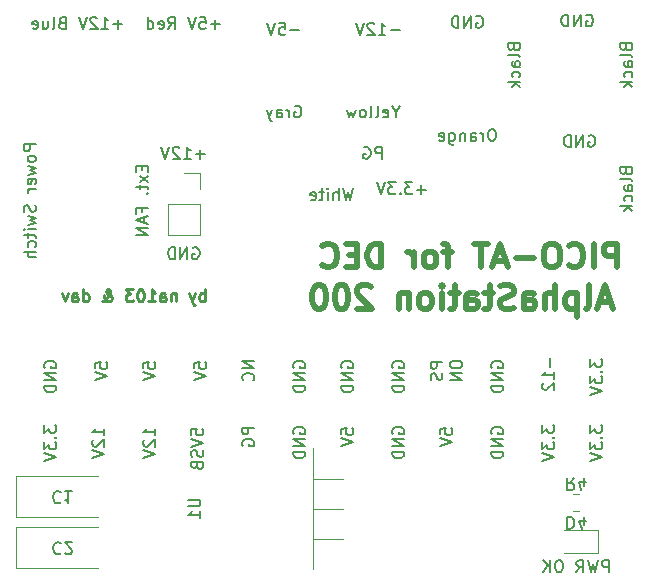
<source format=gbr>
%TF.GenerationSoftware,KiCad,Pcbnew,(5.1.12)-1*%
%TF.CreationDate,2023-10-03T16:06:22+02:00*%
%TF.ProjectId,PICO-AT,5049434f-2d41-4542-9e6b-696361645f70,rev?*%
%TF.SameCoordinates,Original*%
%TF.FileFunction,Legend,Bot*%
%TF.FilePolarity,Positive*%
%FSLAX46Y46*%
G04 Gerber Fmt 4.6, Leading zero omitted, Abs format (unit mm)*
G04 Created by KiCad (PCBNEW (5.1.12)-1) date 2023-10-03 16:06:22*
%MOMM*%
%LPD*%
G01*
G04 APERTURE LIST*
%ADD10C,0.250000*%
%ADD11C,0.150000*%
%ADD12C,0.500000*%
%ADD13C,0.120000*%
G04 APERTURE END LIST*
D10*
X138756190Y-98522380D02*
X138756190Y-97522380D01*
X138756190Y-97903333D02*
X138660952Y-97855714D01*
X138470476Y-97855714D01*
X138375238Y-97903333D01*
X138327619Y-97950952D01*
X138280000Y-98046190D01*
X138280000Y-98331904D01*
X138327619Y-98427142D01*
X138375238Y-98474761D01*
X138470476Y-98522380D01*
X138660952Y-98522380D01*
X138756190Y-98474761D01*
X137946666Y-97855714D02*
X137708571Y-98522380D01*
X137470476Y-97855714D02*
X137708571Y-98522380D01*
X137803809Y-98760476D01*
X137851428Y-98808095D01*
X137946666Y-98855714D01*
X136327619Y-97855714D02*
X136327619Y-98522380D01*
X136327619Y-97950952D02*
X136280000Y-97903333D01*
X136184761Y-97855714D01*
X136041904Y-97855714D01*
X135946666Y-97903333D01*
X135899047Y-97998571D01*
X135899047Y-98522380D01*
X134994285Y-98522380D02*
X134994285Y-97998571D01*
X135041904Y-97903333D01*
X135137142Y-97855714D01*
X135327619Y-97855714D01*
X135422857Y-97903333D01*
X134994285Y-98474761D02*
X135089523Y-98522380D01*
X135327619Y-98522380D01*
X135422857Y-98474761D01*
X135470476Y-98379523D01*
X135470476Y-98284285D01*
X135422857Y-98189047D01*
X135327619Y-98141428D01*
X135089523Y-98141428D01*
X134994285Y-98093809D01*
X133994285Y-98522380D02*
X134565714Y-98522380D01*
X134280000Y-98522380D02*
X134280000Y-97522380D01*
X134375238Y-97665238D01*
X134470476Y-97760476D01*
X134565714Y-97808095D01*
X133375238Y-97522380D02*
X133280000Y-97522380D01*
X133184761Y-97570000D01*
X133137142Y-97617619D01*
X133089523Y-97712857D01*
X133041904Y-97903333D01*
X133041904Y-98141428D01*
X133089523Y-98331904D01*
X133137142Y-98427142D01*
X133184761Y-98474761D01*
X133280000Y-98522380D01*
X133375238Y-98522380D01*
X133470476Y-98474761D01*
X133518095Y-98427142D01*
X133565714Y-98331904D01*
X133613333Y-98141428D01*
X133613333Y-97903333D01*
X133565714Y-97712857D01*
X133518095Y-97617619D01*
X133470476Y-97570000D01*
X133375238Y-97522380D01*
X132708571Y-97522380D02*
X132089523Y-97522380D01*
X132422857Y-97903333D01*
X132280000Y-97903333D01*
X132184761Y-97950952D01*
X132137142Y-97998571D01*
X132089523Y-98093809D01*
X132089523Y-98331904D01*
X132137142Y-98427142D01*
X132184761Y-98474761D01*
X132280000Y-98522380D01*
X132565714Y-98522380D01*
X132660952Y-98474761D01*
X132708571Y-98427142D01*
X130089523Y-98522380D02*
X130137142Y-98522380D01*
X130232380Y-98474761D01*
X130375238Y-98331904D01*
X130613333Y-98046190D01*
X130708571Y-97903333D01*
X130756190Y-97760476D01*
X130756190Y-97665238D01*
X130708571Y-97570000D01*
X130613333Y-97522380D01*
X130565714Y-97522380D01*
X130470476Y-97570000D01*
X130422857Y-97665238D01*
X130422857Y-97712857D01*
X130470476Y-97808095D01*
X130518095Y-97855714D01*
X130803809Y-98046190D01*
X130851428Y-98093809D01*
X130899047Y-98189047D01*
X130899047Y-98331904D01*
X130851428Y-98427142D01*
X130803809Y-98474761D01*
X130708571Y-98522380D01*
X130565714Y-98522380D01*
X130470476Y-98474761D01*
X130422857Y-98427142D01*
X130280000Y-98236666D01*
X130232380Y-98093809D01*
X130232380Y-97998571D01*
X128470476Y-98522380D02*
X128470476Y-97522380D01*
X128470476Y-98474761D02*
X128565714Y-98522380D01*
X128756190Y-98522380D01*
X128851428Y-98474761D01*
X128899047Y-98427142D01*
X128946666Y-98331904D01*
X128946666Y-98046190D01*
X128899047Y-97950952D01*
X128851428Y-97903333D01*
X128756190Y-97855714D01*
X128565714Y-97855714D01*
X128470476Y-97903333D01*
X127565714Y-98522380D02*
X127565714Y-97998571D01*
X127613333Y-97903333D01*
X127708571Y-97855714D01*
X127899047Y-97855714D01*
X127994285Y-97903333D01*
X127565714Y-98474761D02*
X127660952Y-98522380D01*
X127899047Y-98522380D01*
X127994285Y-98474761D01*
X128041904Y-98379523D01*
X128041904Y-98284285D01*
X127994285Y-98189047D01*
X127899047Y-98141428D01*
X127660952Y-98141428D01*
X127565714Y-98093809D01*
X127184761Y-97855714D02*
X126946666Y-98522380D01*
X126708571Y-97855714D01*
D11*
X171410380Y-109013809D02*
X171410380Y-109632857D01*
X171791333Y-109299523D01*
X171791333Y-109442380D01*
X171838952Y-109537619D01*
X171886571Y-109585238D01*
X171981809Y-109632857D01*
X172219904Y-109632857D01*
X172315142Y-109585238D01*
X172362761Y-109537619D01*
X172410380Y-109442380D01*
X172410380Y-109156666D01*
X172362761Y-109061428D01*
X172315142Y-109013809D01*
X172315142Y-110061428D02*
X172362761Y-110109047D01*
X172410380Y-110061428D01*
X172362761Y-110013809D01*
X172315142Y-110061428D01*
X172410380Y-110061428D01*
X171410380Y-110442380D02*
X171410380Y-111061428D01*
X171791333Y-110728095D01*
X171791333Y-110870952D01*
X171838952Y-110966190D01*
X171886571Y-111013809D01*
X171981809Y-111061428D01*
X172219904Y-111061428D01*
X172315142Y-111013809D01*
X172362761Y-110966190D01*
X172410380Y-110870952D01*
X172410380Y-110585238D01*
X172362761Y-110490000D01*
X172315142Y-110442380D01*
X171410380Y-111347142D02*
X172410380Y-111680476D01*
X171410380Y-112013809D01*
X171410380Y-103425809D02*
X171410380Y-104044857D01*
X171791333Y-103711523D01*
X171791333Y-103854380D01*
X171838952Y-103949619D01*
X171886571Y-103997238D01*
X171981809Y-104044857D01*
X172219904Y-104044857D01*
X172315142Y-103997238D01*
X172362761Y-103949619D01*
X172410380Y-103854380D01*
X172410380Y-103568666D01*
X172362761Y-103473428D01*
X172315142Y-103425809D01*
X172315142Y-104473428D02*
X172362761Y-104521047D01*
X172410380Y-104473428D01*
X172362761Y-104425809D01*
X172315142Y-104473428D01*
X172410380Y-104473428D01*
X171410380Y-104854380D02*
X171410380Y-105473428D01*
X171791333Y-105140095D01*
X171791333Y-105282952D01*
X171838952Y-105378190D01*
X171886571Y-105425809D01*
X171981809Y-105473428D01*
X172219904Y-105473428D01*
X172315142Y-105425809D01*
X172362761Y-105378190D01*
X172410380Y-105282952D01*
X172410380Y-104997238D01*
X172362761Y-104902000D01*
X172315142Y-104854380D01*
X171410380Y-105759142D02*
X172410380Y-106092476D01*
X171410380Y-106425809D01*
X167346380Y-109013809D02*
X167346380Y-109632857D01*
X167727333Y-109299523D01*
X167727333Y-109442380D01*
X167774952Y-109537619D01*
X167822571Y-109585238D01*
X167917809Y-109632857D01*
X168155904Y-109632857D01*
X168251142Y-109585238D01*
X168298761Y-109537619D01*
X168346380Y-109442380D01*
X168346380Y-109156666D01*
X168298761Y-109061428D01*
X168251142Y-109013809D01*
X168251142Y-110061428D02*
X168298761Y-110109047D01*
X168346380Y-110061428D01*
X168298761Y-110013809D01*
X168251142Y-110061428D01*
X168346380Y-110061428D01*
X167346380Y-110442380D02*
X167346380Y-111061428D01*
X167727333Y-110728095D01*
X167727333Y-110870952D01*
X167774952Y-110966190D01*
X167822571Y-111013809D01*
X167917809Y-111061428D01*
X168155904Y-111061428D01*
X168251142Y-111013809D01*
X168298761Y-110966190D01*
X168346380Y-110870952D01*
X168346380Y-110585238D01*
X168298761Y-110490000D01*
X168251142Y-110442380D01*
X167346380Y-111347142D02*
X168346380Y-111680476D01*
X167346380Y-112013809D01*
X167965428Y-103314666D02*
X167965428Y-104076571D01*
X168346380Y-105076571D02*
X168346380Y-104505142D01*
X168346380Y-104790857D02*
X167346380Y-104790857D01*
X167489238Y-104695619D01*
X167584476Y-104600380D01*
X167632095Y-104505142D01*
X167441619Y-105457523D02*
X167394000Y-105505142D01*
X167346380Y-105600380D01*
X167346380Y-105838476D01*
X167394000Y-105933714D01*
X167441619Y-105981333D01*
X167536857Y-106028952D01*
X167632095Y-106028952D01*
X167774952Y-105981333D01*
X168346380Y-105409904D01*
X168346380Y-106028952D01*
X163076000Y-109728095D02*
X163028380Y-109632857D01*
X163028380Y-109490000D01*
X163076000Y-109347142D01*
X163171238Y-109251904D01*
X163266476Y-109204285D01*
X163456952Y-109156666D01*
X163599809Y-109156666D01*
X163790285Y-109204285D01*
X163885523Y-109251904D01*
X163980761Y-109347142D01*
X164028380Y-109490000D01*
X164028380Y-109585238D01*
X163980761Y-109728095D01*
X163933142Y-109775714D01*
X163599809Y-109775714D01*
X163599809Y-109585238D01*
X164028380Y-110204285D02*
X163028380Y-110204285D01*
X164028380Y-110775714D01*
X163028380Y-110775714D01*
X164028380Y-111251904D02*
X163028380Y-111251904D01*
X163028380Y-111490000D01*
X163076000Y-111632857D01*
X163171238Y-111728095D01*
X163266476Y-111775714D01*
X163456952Y-111823333D01*
X163599809Y-111823333D01*
X163790285Y-111775714D01*
X163885523Y-111728095D01*
X163980761Y-111632857D01*
X164028380Y-111490000D01*
X164028380Y-111251904D01*
X163076000Y-104140095D02*
X163028380Y-104044857D01*
X163028380Y-103902000D01*
X163076000Y-103759142D01*
X163171238Y-103663904D01*
X163266476Y-103616285D01*
X163456952Y-103568666D01*
X163599809Y-103568666D01*
X163790285Y-103616285D01*
X163885523Y-103663904D01*
X163980761Y-103759142D01*
X164028380Y-103902000D01*
X164028380Y-103997238D01*
X163980761Y-104140095D01*
X163933142Y-104187714D01*
X163599809Y-104187714D01*
X163599809Y-103997238D01*
X164028380Y-104616285D02*
X163028380Y-104616285D01*
X164028380Y-105187714D01*
X163028380Y-105187714D01*
X164028380Y-105663904D02*
X163028380Y-105663904D01*
X163028380Y-105902000D01*
X163076000Y-106044857D01*
X163171238Y-106140095D01*
X163266476Y-106187714D01*
X163456952Y-106235333D01*
X163599809Y-106235333D01*
X163790285Y-106187714D01*
X163885523Y-106140095D01*
X163980761Y-106044857D01*
X164028380Y-105902000D01*
X164028380Y-105663904D01*
X158710380Y-109791523D02*
X158710380Y-109315333D01*
X159186571Y-109267714D01*
X159138952Y-109315333D01*
X159091333Y-109410571D01*
X159091333Y-109648666D01*
X159138952Y-109743904D01*
X159186571Y-109791523D01*
X159281809Y-109839142D01*
X159519904Y-109839142D01*
X159615142Y-109791523D01*
X159662761Y-109743904D01*
X159710380Y-109648666D01*
X159710380Y-109410571D01*
X159662761Y-109315333D01*
X159615142Y-109267714D01*
X158710380Y-110124857D02*
X159710380Y-110458190D01*
X158710380Y-110791523D01*
X158885380Y-103655904D02*
X157885380Y-103655904D01*
X157885380Y-104036857D01*
X157933000Y-104132095D01*
X157980619Y-104179714D01*
X158075857Y-104227333D01*
X158218714Y-104227333D01*
X158313952Y-104179714D01*
X158361571Y-104132095D01*
X158409190Y-104036857D01*
X158409190Y-103655904D01*
X158837761Y-104608285D02*
X158885380Y-104751142D01*
X158885380Y-104989238D01*
X158837761Y-105084476D01*
X158790142Y-105132095D01*
X158694904Y-105179714D01*
X158599666Y-105179714D01*
X158504428Y-105132095D01*
X158456809Y-105084476D01*
X158409190Y-104989238D01*
X158361571Y-104798761D01*
X158313952Y-104703523D01*
X158266333Y-104655904D01*
X158171095Y-104608285D01*
X158075857Y-104608285D01*
X157980619Y-104655904D01*
X157933000Y-104703523D01*
X157885380Y-104798761D01*
X157885380Y-105036857D01*
X157933000Y-105179714D01*
X159535380Y-103774952D02*
X159535380Y-103965428D01*
X159583000Y-104060666D01*
X159678238Y-104155904D01*
X159868714Y-104203523D01*
X160202047Y-104203523D01*
X160392523Y-104155904D01*
X160487761Y-104060666D01*
X160535380Y-103965428D01*
X160535380Y-103774952D01*
X160487761Y-103679714D01*
X160392523Y-103584476D01*
X160202047Y-103536857D01*
X159868714Y-103536857D01*
X159678238Y-103584476D01*
X159583000Y-103679714D01*
X159535380Y-103774952D01*
X160535380Y-104632095D02*
X159535380Y-104632095D01*
X160535380Y-105203523D01*
X159535380Y-105203523D01*
X154694000Y-109728095D02*
X154646380Y-109632857D01*
X154646380Y-109490000D01*
X154694000Y-109347142D01*
X154789238Y-109251904D01*
X154884476Y-109204285D01*
X155074952Y-109156666D01*
X155217809Y-109156666D01*
X155408285Y-109204285D01*
X155503523Y-109251904D01*
X155598761Y-109347142D01*
X155646380Y-109490000D01*
X155646380Y-109585238D01*
X155598761Y-109728095D01*
X155551142Y-109775714D01*
X155217809Y-109775714D01*
X155217809Y-109585238D01*
X155646380Y-110204285D02*
X154646380Y-110204285D01*
X155646380Y-110775714D01*
X154646380Y-110775714D01*
X155646380Y-111251904D02*
X154646380Y-111251904D01*
X154646380Y-111490000D01*
X154694000Y-111632857D01*
X154789238Y-111728095D01*
X154884476Y-111775714D01*
X155074952Y-111823333D01*
X155217809Y-111823333D01*
X155408285Y-111775714D01*
X155503523Y-111728095D01*
X155598761Y-111632857D01*
X155646380Y-111490000D01*
X155646380Y-111251904D01*
X154694000Y-104140095D02*
X154646380Y-104044857D01*
X154646380Y-103902000D01*
X154694000Y-103759142D01*
X154789238Y-103663904D01*
X154884476Y-103616285D01*
X155074952Y-103568666D01*
X155217809Y-103568666D01*
X155408285Y-103616285D01*
X155503523Y-103663904D01*
X155598761Y-103759142D01*
X155646380Y-103902000D01*
X155646380Y-103997238D01*
X155598761Y-104140095D01*
X155551142Y-104187714D01*
X155217809Y-104187714D01*
X155217809Y-103997238D01*
X155646380Y-104616285D02*
X154646380Y-104616285D01*
X155646380Y-105187714D01*
X154646380Y-105187714D01*
X155646380Y-105663904D02*
X154646380Y-105663904D01*
X154646380Y-105902000D01*
X154694000Y-106044857D01*
X154789238Y-106140095D01*
X154884476Y-106187714D01*
X155074952Y-106235333D01*
X155217809Y-106235333D01*
X155408285Y-106187714D01*
X155503523Y-106140095D01*
X155598761Y-106044857D01*
X155646380Y-105902000D01*
X155646380Y-105663904D01*
X150328380Y-109791523D02*
X150328380Y-109315333D01*
X150804571Y-109267714D01*
X150756952Y-109315333D01*
X150709333Y-109410571D01*
X150709333Y-109648666D01*
X150756952Y-109743904D01*
X150804571Y-109791523D01*
X150899809Y-109839142D01*
X151137904Y-109839142D01*
X151233142Y-109791523D01*
X151280761Y-109743904D01*
X151328380Y-109648666D01*
X151328380Y-109410571D01*
X151280761Y-109315333D01*
X151233142Y-109267714D01*
X150328380Y-110124857D02*
X151328380Y-110458190D01*
X150328380Y-110791523D01*
X150376000Y-104140095D02*
X150328380Y-104044857D01*
X150328380Y-103902000D01*
X150376000Y-103759142D01*
X150471238Y-103663904D01*
X150566476Y-103616285D01*
X150756952Y-103568666D01*
X150899809Y-103568666D01*
X151090285Y-103616285D01*
X151185523Y-103663904D01*
X151280761Y-103759142D01*
X151328380Y-103902000D01*
X151328380Y-103997238D01*
X151280761Y-104140095D01*
X151233142Y-104187714D01*
X150899809Y-104187714D01*
X150899809Y-103997238D01*
X151328380Y-104616285D02*
X150328380Y-104616285D01*
X151328380Y-105187714D01*
X150328380Y-105187714D01*
X151328380Y-105663904D02*
X150328380Y-105663904D01*
X150328380Y-105902000D01*
X150376000Y-106044857D01*
X150471238Y-106140095D01*
X150566476Y-106187714D01*
X150756952Y-106235333D01*
X150899809Y-106235333D01*
X151090285Y-106187714D01*
X151185523Y-106140095D01*
X151280761Y-106044857D01*
X151328380Y-105902000D01*
X151328380Y-105663904D01*
X146312000Y-109728095D02*
X146264380Y-109632857D01*
X146264380Y-109490000D01*
X146312000Y-109347142D01*
X146407238Y-109251904D01*
X146502476Y-109204285D01*
X146692952Y-109156666D01*
X146835809Y-109156666D01*
X147026285Y-109204285D01*
X147121523Y-109251904D01*
X147216761Y-109347142D01*
X147264380Y-109490000D01*
X147264380Y-109585238D01*
X147216761Y-109728095D01*
X147169142Y-109775714D01*
X146835809Y-109775714D01*
X146835809Y-109585238D01*
X147264380Y-110204285D02*
X146264380Y-110204285D01*
X147264380Y-110775714D01*
X146264380Y-110775714D01*
X147264380Y-111251904D02*
X146264380Y-111251904D01*
X146264380Y-111490000D01*
X146312000Y-111632857D01*
X146407238Y-111728095D01*
X146502476Y-111775714D01*
X146692952Y-111823333D01*
X146835809Y-111823333D01*
X147026285Y-111775714D01*
X147121523Y-111728095D01*
X147216761Y-111632857D01*
X147264380Y-111490000D01*
X147264380Y-111251904D01*
X146312000Y-104140095D02*
X146264380Y-104044857D01*
X146264380Y-103902000D01*
X146312000Y-103759142D01*
X146407238Y-103663904D01*
X146502476Y-103616285D01*
X146692952Y-103568666D01*
X146835809Y-103568666D01*
X147026285Y-103616285D01*
X147121523Y-103663904D01*
X147216761Y-103759142D01*
X147264380Y-103902000D01*
X147264380Y-103997238D01*
X147216761Y-104140095D01*
X147169142Y-104187714D01*
X146835809Y-104187714D01*
X146835809Y-103997238D01*
X147264380Y-104616285D02*
X146264380Y-104616285D01*
X147264380Y-105187714D01*
X146264380Y-105187714D01*
X147264380Y-105663904D02*
X146264380Y-105663904D01*
X146264380Y-105902000D01*
X146312000Y-106044857D01*
X146407238Y-106140095D01*
X146502476Y-106187714D01*
X146692952Y-106235333D01*
X146835809Y-106235333D01*
X147026285Y-106187714D01*
X147121523Y-106140095D01*
X147216761Y-106044857D01*
X147264380Y-105902000D01*
X147264380Y-105663904D01*
X142946380Y-109220095D02*
X141946380Y-109220095D01*
X141946380Y-109601047D01*
X141994000Y-109696285D01*
X142041619Y-109743904D01*
X142136857Y-109791523D01*
X142279714Y-109791523D01*
X142374952Y-109743904D01*
X142422571Y-109696285D01*
X142470190Y-109601047D01*
X142470190Y-109220095D01*
X141994000Y-110743904D02*
X141946380Y-110648666D01*
X141946380Y-110505809D01*
X141994000Y-110362952D01*
X142089238Y-110267714D01*
X142184476Y-110220095D01*
X142374952Y-110172476D01*
X142517809Y-110172476D01*
X142708285Y-110220095D01*
X142803523Y-110267714D01*
X142898761Y-110362952D01*
X142946380Y-110505809D01*
X142946380Y-110601047D01*
X142898761Y-110743904D01*
X142851142Y-110791523D01*
X142517809Y-110791523D01*
X142517809Y-110601047D01*
X142946380Y-103608285D02*
X141946380Y-103608285D01*
X142946380Y-104179714D01*
X141946380Y-104179714D01*
X142851142Y-105227333D02*
X142898761Y-105179714D01*
X142946380Y-105036857D01*
X142946380Y-104941619D01*
X142898761Y-104798761D01*
X142803523Y-104703523D01*
X142708285Y-104655904D01*
X142517809Y-104608285D01*
X142374952Y-104608285D01*
X142184476Y-104655904D01*
X142089238Y-104703523D01*
X141994000Y-104798761D01*
X141946380Y-104941619D01*
X141946380Y-105036857D01*
X141994000Y-105179714D01*
X142041619Y-105227333D01*
X137628380Y-109831333D02*
X137628380Y-109355142D01*
X138104571Y-109307523D01*
X138056952Y-109355142D01*
X138009333Y-109450380D01*
X138009333Y-109688476D01*
X138056952Y-109783714D01*
X138104571Y-109831333D01*
X138199809Y-109878952D01*
X138437904Y-109878952D01*
X138533142Y-109831333D01*
X138580761Y-109783714D01*
X138628380Y-109688476D01*
X138628380Y-109450380D01*
X138580761Y-109355142D01*
X138533142Y-109307523D01*
X137628380Y-110164666D02*
X138628380Y-110498000D01*
X137628380Y-110831333D01*
X138580761Y-111117047D02*
X138628380Y-111259904D01*
X138628380Y-111498000D01*
X138580761Y-111593238D01*
X138533142Y-111640857D01*
X138437904Y-111688476D01*
X138342666Y-111688476D01*
X138247428Y-111640857D01*
X138199809Y-111593238D01*
X138152190Y-111498000D01*
X138104571Y-111307523D01*
X138056952Y-111212285D01*
X138009333Y-111164666D01*
X137914095Y-111117047D01*
X137818857Y-111117047D01*
X137723619Y-111164666D01*
X137676000Y-111212285D01*
X137628380Y-111307523D01*
X137628380Y-111545619D01*
X137676000Y-111688476D01*
X138104571Y-112450380D02*
X138152190Y-112593238D01*
X138199809Y-112640857D01*
X138295047Y-112688476D01*
X138437904Y-112688476D01*
X138533142Y-112640857D01*
X138580761Y-112593238D01*
X138628380Y-112498000D01*
X138628380Y-112117047D01*
X137628380Y-112117047D01*
X137628380Y-112450380D01*
X137676000Y-112545619D01*
X137723619Y-112593238D01*
X137818857Y-112640857D01*
X137914095Y-112640857D01*
X138009333Y-112593238D01*
X138056952Y-112545619D01*
X138104571Y-112450380D01*
X138104571Y-112117047D01*
X137882380Y-104203523D02*
X137882380Y-103727333D01*
X138358571Y-103679714D01*
X138310952Y-103727333D01*
X138263333Y-103822571D01*
X138263333Y-104060666D01*
X138310952Y-104155904D01*
X138358571Y-104203523D01*
X138453809Y-104251142D01*
X138691904Y-104251142D01*
X138787142Y-104203523D01*
X138834761Y-104155904D01*
X138882380Y-104060666D01*
X138882380Y-103822571D01*
X138834761Y-103727333D01*
X138787142Y-103679714D01*
X137882380Y-104536857D02*
X138882380Y-104870190D01*
X137882380Y-105203523D01*
X134564380Y-109870952D02*
X134564380Y-109299523D01*
X134564380Y-109585238D02*
X133564380Y-109585238D01*
X133707238Y-109490000D01*
X133802476Y-109394761D01*
X133850095Y-109299523D01*
X133659619Y-110251904D02*
X133612000Y-110299523D01*
X133564380Y-110394761D01*
X133564380Y-110632857D01*
X133612000Y-110728095D01*
X133659619Y-110775714D01*
X133754857Y-110823333D01*
X133850095Y-110823333D01*
X133992952Y-110775714D01*
X134564380Y-110204285D01*
X134564380Y-110823333D01*
X133564380Y-111109047D02*
X134564380Y-111442380D01*
X133564380Y-111775714D01*
X133564380Y-104203523D02*
X133564380Y-103727333D01*
X134040571Y-103679714D01*
X133992952Y-103727333D01*
X133945333Y-103822571D01*
X133945333Y-104060666D01*
X133992952Y-104155904D01*
X134040571Y-104203523D01*
X134135809Y-104251142D01*
X134373904Y-104251142D01*
X134469142Y-104203523D01*
X134516761Y-104155904D01*
X134564380Y-104060666D01*
X134564380Y-103822571D01*
X134516761Y-103727333D01*
X134469142Y-103679714D01*
X133564380Y-104536857D02*
X134564380Y-104870190D01*
X133564380Y-105203523D01*
X130246380Y-109870952D02*
X130246380Y-109299523D01*
X130246380Y-109585238D02*
X129246380Y-109585238D01*
X129389238Y-109490000D01*
X129484476Y-109394761D01*
X129532095Y-109299523D01*
X129341619Y-110251904D02*
X129294000Y-110299523D01*
X129246380Y-110394761D01*
X129246380Y-110632857D01*
X129294000Y-110728095D01*
X129341619Y-110775714D01*
X129436857Y-110823333D01*
X129532095Y-110823333D01*
X129674952Y-110775714D01*
X130246380Y-110204285D01*
X130246380Y-110823333D01*
X129246380Y-111109047D02*
X130246380Y-111442380D01*
X129246380Y-111775714D01*
X129500380Y-104203523D02*
X129500380Y-103727333D01*
X129976571Y-103679714D01*
X129928952Y-103727333D01*
X129881333Y-103822571D01*
X129881333Y-104060666D01*
X129928952Y-104155904D01*
X129976571Y-104203523D01*
X130071809Y-104251142D01*
X130309904Y-104251142D01*
X130405142Y-104203523D01*
X130452761Y-104155904D01*
X130500380Y-104060666D01*
X130500380Y-103822571D01*
X130452761Y-103727333D01*
X130405142Y-103679714D01*
X129500380Y-104536857D02*
X130500380Y-104870190D01*
X129500380Y-105203523D01*
X125182380Y-109013809D02*
X125182380Y-109632857D01*
X125563333Y-109299523D01*
X125563333Y-109442380D01*
X125610952Y-109537619D01*
X125658571Y-109585238D01*
X125753809Y-109632857D01*
X125991904Y-109632857D01*
X126087142Y-109585238D01*
X126134761Y-109537619D01*
X126182380Y-109442380D01*
X126182380Y-109156666D01*
X126134761Y-109061428D01*
X126087142Y-109013809D01*
X126087142Y-110061428D02*
X126134761Y-110109047D01*
X126182380Y-110061428D01*
X126134761Y-110013809D01*
X126087142Y-110061428D01*
X126182380Y-110061428D01*
X125182380Y-110442380D02*
X125182380Y-111061428D01*
X125563333Y-110728095D01*
X125563333Y-110870952D01*
X125610952Y-110966190D01*
X125658571Y-111013809D01*
X125753809Y-111061428D01*
X125991904Y-111061428D01*
X126087142Y-111013809D01*
X126134761Y-110966190D01*
X126182380Y-110870952D01*
X126182380Y-110585238D01*
X126134761Y-110490000D01*
X126087142Y-110442380D01*
X125182380Y-111347142D02*
X126182380Y-111680476D01*
X125182380Y-112013809D01*
X125230000Y-104140095D02*
X125182380Y-104044857D01*
X125182380Y-103902000D01*
X125230000Y-103759142D01*
X125325238Y-103663904D01*
X125420476Y-103616285D01*
X125610952Y-103568666D01*
X125753809Y-103568666D01*
X125944285Y-103616285D01*
X126039523Y-103663904D01*
X126134761Y-103759142D01*
X126182380Y-103902000D01*
X126182380Y-103997238D01*
X126134761Y-104140095D01*
X126087142Y-104187714D01*
X125753809Y-104187714D01*
X125753809Y-103997238D01*
X126182380Y-104616285D02*
X125182380Y-104616285D01*
X126182380Y-105187714D01*
X125182380Y-105187714D01*
X126182380Y-105663904D02*
X125182380Y-105663904D01*
X125182380Y-105902000D01*
X125230000Y-106044857D01*
X125325238Y-106140095D01*
X125420476Y-106187714D01*
X125610952Y-106235333D01*
X125753809Y-106235333D01*
X125944285Y-106187714D01*
X126039523Y-106140095D01*
X126134761Y-106044857D01*
X126182380Y-105902000D01*
X126182380Y-105663904D01*
D12*
X173690476Y-95654761D02*
X173690476Y-93654761D01*
X172928571Y-93654761D01*
X172738095Y-93750000D01*
X172642857Y-93845238D01*
X172547619Y-94035714D01*
X172547619Y-94321428D01*
X172642857Y-94511904D01*
X172738095Y-94607142D01*
X172928571Y-94702380D01*
X173690476Y-94702380D01*
X171690476Y-95654761D02*
X171690476Y-93654761D01*
X169595238Y-95464285D02*
X169690476Y-95559523D01*
X169976190Y-95654761D01*
X170166666Y-95654761D01*
X170452380Y-95559523D01*
X170642857Y-95369047D01*
X170738095Y-95178571D01*
X170833333Y-94797619D01*
X170833333Y-94511904D01*
X170738095Y-94130952D01*
X170642857Y-93940476D01*
X170452380Y-93750000D01*
X170166666Y-93654761D01*
X169976190Y-93654761D01*
X169690476Y-93750000D01*
X169595238Y-93845238D01*
X168357142Y-93654761D02*
X167976190Y-93654761D01*
X167785714Y-93750000D01*
X167595238Y-93940476D01*
X167500000Y-94321428D01*
X167500000Y-94988095D01*
X167595238Y-95369047D01*
X167785714Y-95559523D01*
X167976190Y-95654761D01*
X168357142Y-95654761D01*
X168547619Y-95559523D01*
X168738095Y-95369047D01*
X168833333Y-94988095D01*
X168833333Y-94321428D01*
X168738095Y-93940476D01*
X168547619Y-93750000D01*
X168357142Y-93654761D01*
X166642857Y-94892857D02*
X165119047Y-94892857D01*
X164261904Y-95083333D02*
X163309523Y-95083333D01*
X164452380Y-95654761D02*
X163785714Y-93654761D01*
X163119047Y-95654761D01*
X162738095Y-93654761D02*
X161595238Y-93654761D01*
X162166666Y-95654761D02*
X162166666Y-93654761D01*
X159690476Y-94321428D02*
X158928571Y-94321428D01*
X159404761Y-95654761D02*
X159404761Y-93940476D01*
X159309523Y-93750000D01*
X159119047Y-93654761D01*
X158928571Y-93654761D01*
X157976190Y-95654761D02*
X158166666Y-95559523D01*
X158261904Y-95464285D01*
X158357142Y-95273809D01*
X158357142Y-94702380D01*
X158261904Y-94511904D01*
X158166666Y-94416666D01*
X157976190Y-94321428D01*
X157690476Y-94321428D01*
X157500000Y-94416666D01*
X157404761Y-94511904D01*
X157309523Y-94702380D01*
X157309523Y-95273809D01*
X157404761Y-95464285D01*
X157500000Y-95559523D01*
X157690476Y-95654761D01*
X157976190Y-95654761D01*
X156452380Y-95654761D02*
X156452380Y-94321428D01*
X156452380Y-94702380D02*
X156357142Y-94511904D01*
X156261904Y-94416666D01*
X156071428Y-94321428D01*
X155880952Y-94321428D01*
X153690476Y-95654761D02*
X153690476Y-93654761D01*
X153214285Y-93654761D01*
X152928571Y-93750000D01*
X152738095Y-93940476D01*
X152642857Y-94130952D01*
X152547619Y-94511904D01*
X152547619Y-94797619D01*
X152642857Y-95178571D01*
X152738095Y-95369047D01*
X152928571Y-95559523D01*
X153214285Y-95654761D01*
X153690476Y-95654761D01*
X151690476Y-94607142D02*
X151023809Y-94607142D01*
X150738095Y-95654761D02*
X151690476Y-95654761D01*
X151690476Y-93654761D01*
X150738095Y-93654761D01*
X148738095Y-95464285D02*
X148833333Y-95559523D01*
X149119047Y-95654761D01*
X149309523Y-95654761D01*
X149595238Y-95559523D01*
X149785714Y-95369047D01*
X149880952Y-95178571D01*
X149976190Y-94797619D01*
X149976190Y-94511904D01*
X149880952Y-94130952D01*
X149785714Y-93940476D01*
X149595238Y-93750000D01*
X149309523Y-93654761D01*
X149119047Y-93654761D01*
X148833333Y-93750000D01*
X148738095Y-93845238D01*
X173119047Y-98583333D02*
X172166666Y-98583333D01*
X173309523Y-99154761D02*
X172642857Y-97154761D01*
X171976190Y-99154761D01*
X171023809Y-99154761D02*
X171214285Y-99059523D01*
X171309523Y-98869047D01*
X171309523Y-97154761D01*
X170261904Y-97821428D02*
X170261904Y-99821428D01*
X170261904Y-97916666D02*
X170071428Y-97821428D01*
X169690476Y-97821428D01*
X169500000Y-97916666D01*
X169404761Y-98011904D01*
X169309523Y-98202380D01*
X169309523Y-98773809D01*
X169404761Y-98964285D01*
X169500000Y-99059523D01*
X169690476Y-99154761D01*
X170071428Y-99154761D01*
X170261904Y-99059523D01*
X168452380Y-99154761D02*
X168452380Y-97154761D01*
X167595238Y-99154761D02*
X167595238Y-98107142D01*
X167690476Y-97916666D01*
X167880952Y-97821428D01*
X168166666Y-97821428D01*
X168357142Y-97916666D01*
X168452380Y-98011904D01*
X165785714Y-99154761D02*
X165785714Y-98107142D01*
X165880952Y-97916666D01*
X166071428Y-97821428D01*
X166452380Y-97821428D01*
X166642857Y-97916666D01*
X165785714Y-99059523D02*
X165976190Y-99154761D01*
X166452380Y-99154761D01*
X166642857Y-99059523D01*
X166738095Y-98869047D01*
X166738095Y-98678571D01*
X166642857Y-98488095D01*
X166452380Y-98392857D01*
X165976190Y-98392857D01*
X165785714Y-98297619D01*
X164928571Y-99059523D02*
X164642857Y-99154761D01*
X164166666Y-99154761D01*
X163976190Y-99059523D01*
X163880952Y-98964285D01*
X163785714Y-98773809D01*
X163785714Y-98583333D01*
X163880952Y-98392857D01*
X163976190Y-98297619D01*
X164166666Y-98202380D01*
X164547619Y-98107142D01*
X164738095Y-98011904D01*
X164833333Y-97916666D01*
X164928571Y-97726190D01*
X164928571Y-97535714D01*
X164833333Y-97345238D01*
X164738095Y-97250000D01*
X164547619Y-97154761D01*
X164071428Y-97154761D01*
X163785714Y-97250000D01*
X163214285Y-97821428D02*
X162452380Y-97821428D01*
X162928571Y-97154761D02*
X162928571Y-98869047D01*
X162833333Y-99059523D01*
X162642857Y-99154761D01*
X162452380Y-99154761D01*
X160928571Y-99154761D02*
X160928571Y-98107142D01*
X161023809Y-97916666D01*
X161214285Y-97821428D01*
X161595238Y-97821428D01*
X161785714Y-97916666D01*
X160928571Y-99059523D02*
X161119047Y-99154761D01*
X161595238Y-99154761D01*
X161785714Y-99059523D01*
X161880952Y-98869047D01*
X161880952Y-98678571D01*
X161785714Y-98488095D01*
X161595238Y-98392857D01*
X161119047Y-98392857D01*
X160928571Y-98297619D01*
X160261904Y-97821428D02*
X159500000Y-97821428D01*
X159976190Y-97154761D02*
X159976190Y-98869047D01*
X159880952Y-99059523D01*
X159690476Y-99154761D01*
X159500000Y-99154761D01*
X158833333Y-99154761D02*
X158833333Y-97821428D01*
X158833333Y-97154761D02*
X158928571Y-97250000D01*
X158833333Y-97345238D01*
X158738095Y-97250000D01*
X158833333Y-97154761D01*
X158833333Y-97345238D01*
X157595238Y-99154761D02*
X157785714Y-99059523D01*
X157880952Y-98964285D01*
X157976190Y-98773809D01*
X157976190Y-98202380D01*
X157880952Y-98011904D01*
X157785714Y-97916666D01*
X157595238Y-97821428D01*
X157309523Y-97821428D01*
X157119047Y-97916666D01*
X157023809Y-98011904D01*
X156928571Y-98202380D01*
X156928571Y-98773809D01*
X157023809Y-98964285D01*
X157119047Y-99059523D01*
X157309523Y-99154761D01*
X157595238Y-99154761D01*
X156071428Y-97821428D02*
X156071428Y-99154761D01*
X156071428Y-98011904D02*
X155976190Y-97916666D01*
X155785714Y-97821428D01*
X155500000Y-97821428D01*
X155309523Y-97916666D01*
X155214285Y-98107142D01*
X155214285Y-99154761D01*
X152833333Y-97345238D02*
X152738095Y-97250000D01*
X152547619Y-97154761D01*
X152071428Y-97154761D01*
X151880952Y-97250000D01*
X151785714Y-97345238D01*
X151690476Y-97535714D01*
X151690476Y-97726190D01*
X151785714Y-98011904D01*
X152928571Y-99154761D01*
X151690476Y-99154761D01*
X150452380Y-97154761D02*
X150261904Y-97154761D01*
X150071428Y-97250000D01*
X149976190Y-97345238D01*
X149880952Y-97535714D01*
X149785714Y-97916666D01*
X149785714Y-98392857D01*
X149880952Y-98773809D01*
X149976190Y-98964285D01*
X150071428Y-99059523D01*
X150261904Y-99154761D01*
X150452380Y-99154761D01*
X150642857Y-99059523D01*
X150738095Y-98964285D01*
X150833333Y-98773809D01*
X150928571Y-98392857D01*
X150928571Y-97916666D01*
X150833333Y-97535714D01*
X150738095Y-97345238D01*
X150642857Y-97250000D01*
X150452380Y-97154761D01*
X148547619Y-97154761D02*
X148357142Y-97154761D01*
X148166666Y-97250000D01*
X148071428Y-97345238D01*
X147976190Y-97535714D01*
X147880952Y-97916666D01*
X147880952Y-98392857D01*
X147976190Y-98773809D01*
X148071428Y-98964285D01*
X148166666Y-99059523D01*
X148357142Y-99154761D01*
X148547619Y-99154761D01*
X148738095Y-99059523D01*
X148833333Y-98964285D01*
X148928571Y-98773809D01*
X149023809Y-98392857D01*
X149023809Y-97916666D01*
X148928571Y-97535714D01*
X148833333Y-97345238D01*
X148738095Y-97250000D01*
X148547619Y-97154761D01*
D13*
%TO.C,U1*%
X147948000Y-110958000D02*
X147948000Y-121198000D01*
X147948000Y-113538000D02*
X150488000Y-113538000D01*
X147948000Y-116078000D02*
X150488000Y-116078000D01*
X147948000Y-118618000D02*
X150488000Y-118618000D01*
%TO.C,+12V*%
X138330000Y-87670000D02*
X137000000Y-87670000D01*
X138330000Y-89000000D02*
X138330000Y-87670000D01*
X138330000Y-90270000D02*
X135670000Y-90270000D01*
X135670000Y-90270000D02*
X135670000Y-92870000D01*
X138330000Y-90270000D02*
X138330000Y-92870000D01*
X138330000Y-92870000D02*
X135670000Y-92870000D01*
%TO.C,C1*%
X122801000Y-113352000D02*
X129736000Y-113352000D01*
X122801000Y-116772000D02*
X122801000Y-113352000D01*
X129736000Y-116772000D02*
X122801000Y-116772000D01*
%TO.C,C2*%
X129736000Y-121090000D02*
X122801000Y-121090000D01*
X122801000Y-121090000D02*
X122801000Y-117670000D01*
X122801000Y-117670000D02*
X129736000Y-117670000D01*
%TO.C,D4*%
X172078000Y-119832000D02*
X169218000Y-119832000D01*
X172078000Y-117912000D02*
X172078000Y-119832000D01*
X169218000Y-117912000D02*
X172078000Y-117912000D01*
%TO.C,R4*%
X170470252Y-116280000D02*
X169947748Y-116280000D01*
X170470252Y-114860000D02*
X169947748Y-114860000D01*
%TO.C,U1*%
D11*
X137374380Y-115316095D02*
X138183904Y-115316095D01*
X138279142Y-115363714D01*
X138326761Y-115411333D01*
X138374380Y-115506571D01*
X138374380Y-115697047D01*
X138326761Y-115792285D01*
X138279142Y-115839904D01*
X138183904Y-115887523D01*
X137374380Y-115887523D01*
X138374380Y-116887523D02*
X138374380Y-116316095D01*
X138374380Y-116601809D02*
X137374380Y-116601809D01*
X137517238Y-116506571D01*
X137612476Y-116411333D01*
X137660095Y-116316095D01*
%TO.C,+12V*%
X138761904Y-86071428D02*
X138000000Y-86071428D01*
X138380952Y-86452380D02*
X138380952Y-85690476D01*
X137000000Y-86452380D02*
X137571428Y-86452380D01*
X137285714Y-86452380D02*
X137285714Y-85452380D01*
X137380952Y-85595238D01*
X137476190Y-85690476D01*
X137571428Y-85738095D01*
X136619047Y-85547619D02*
X136571428Y-85500000D01*
X136476190Y-85452380D01*
X136238095Y-85452380D01*
X136142857Y-85500000D01*
X136095238Y-85547619D01*
X136047619Y-85642857D01*
X136047619Y-85738095D01*
X136095238Y-85880952D01*
X136666666Y-86452380D01*
X136047619Y-86452380D01*
X135761904Y-85452380D02*
X135428571Y-86452380D01*
X135095238Y-85452380D01*
X133428571Y-87095238D02*
X133428571Y-87428571D01*
X133952380Y-87571428D02*
X133952380Y-87095238D01*
X132952380Y-87095238D01*
X132952380Y-87571428D01*
X133952380Y-87904761D02*
X133285714Y-88428571D01*
X133285714Y-87904761D02*
X133952380Y-88428571D01*
X133285714Y-88666666D02*
X133285714Y-89047619D01*
X132952380Y-88809523D02*
X133809523Y-88809523D01*
X133904761Y-88857142D01*
X133952380Y-88952380D01*
X133952380Y-89047619D01*
X133857142Y-89380952D02*
X133904761Y-89428571D01*
X133952380Y-89380952D01*
X133904761Y-89333333D01*
X133857142Y-89380952D01*
X133952380Y-89380952D01*
X133428571Y-90952380D02*
X133428571Y-90619047D01*
X133952380Y-90619047D02*
X132952380Y-90619047D01*
X132952380Y-91095238D01*
X133666666Y-91428571D02*
X133666666Y-91904761D01*
X133952380Y-91333333D02*
X132952380Y-91666666D01*
X133952380Y-92000000D01*
X133952380Y-92333333D02*
X132952380Y-92333333D01*
X133952380Y-92904761D01*
X132952380Y-92904761D01*
%TO.C,GND*%
X137761904Y-94000000D02*
X137857142Y-93952380D01*
X138000000Y-93952380D01*
X138142857Y-94000000D01*
X138238095Y-94095238D01*
X138285714Y-94190476D01*
X138333333Y-94380952D01*
X138333333Y-94523809D01*
X138285714Y-94714285D01*
X138238095Y-94809523D01*
X138142857Y-94904761D01*
X138000000Y-94952380D01*
X137904761Y-94952380D01*
X137761904Y-94904761D01*
X137714285Y-94857142D01*
X137714285Y-94523809D01*
X137904761Y-94523809D01*
X137285714Y-94952380D02*
X137285714Y-93952380D01*
X136714285Y-94952380D01*
X136714285Y-93952380D01*
X136238095Y-94952380D02*
X136238095Y-93952380D01*
X136000000Y-93952380D01*
X135857142Y-94000000D01*
X135761904Y-94095238D01*
X135714285Y-94190476D01*
X135666666Y-94380952D01*
X135666666Y-94523809D01*
X135714285Y-94714285D01*
X135761904Y-94809523D01*
X135857142Y-94904761D01*
X136000000Y-94952380D01*
X136238095Y-94952380D01*
X124452380Y-85238095D02*
X123452380Y-85238095D01*
X123452380Y-85619047D01*
X123500000Y-85714285D01*
X123547619Y-85761904D01*
X123642857Y-85809523D01*
X123785714Y-85809523D01*
X123880952Y-85761904D01*
X123928571Y-85714285D01*
X123976190Y-85619047D01*
X123976190Y-85238095D01*
X124452380Y-86380952D02*
X124404761Y-86285714D01*
X124357142Y-86238095D01*
X124261904Y-86190476D01*
X123976190Y-86190476D01*
X123880952Y-86238095D01*
X123833333Y-86285714D01*
X123785714Y-86380952D01*
X123785714Y-86523809D01*
X123833333Y-86619047D01*
X123880952Y-86666666D01*
X123976190Y-86714285D01*
X124261904Y-86714285D01*
X124357142Y-86666666D01*
X124404761Y-86619047D01*
X124452380Y-86523809D01*
X124452380Y-86380952D01*
X123785714Y-87047619D02*
X124452380Y-87238095D01*
X123976190Y-87428571D01*
X124452380Y-87619047D01*
X123785714Y-87809523D01*
X124404761Y-88571428D02*
X124452380Y-88476190D01*
X124452380Y-88285714D01*
X124404761Y-88190476D01*
X124309523Y-88142857D01*
X123928571Y-88142857D01*
X123833333Y-88190476D01*
X123785714Y-88285714D01*
X123785714Y-88476190D01*
X123833333Y-88571428D01*
X123928571Y-88619047D01*
X124023809Y-88619047D01*
X124119047Y-88142857D01*
X124452380Y-89047619D02*
X123785714Y-89047619D01*
X123976190Y-89047619D02*
X123880952Y-89095238D01*
X123833333Y-89142857D01*
X123785714Y-89238095D01*
X123785714Y-89333333D01*
X124404761Y-90380952D02*
X124452380Y-90523809D01*
X124452380Y-90761904D01*
X124404761Y-90857142D01*
X124357142Y-90904761D01*
X124261904Y-90952380D01*
X124166666Y-90952380D01*
X124071428Y-90904761D01*
X124023809Y-90857142D01*
X123976190Y-90761904D01*
X123928571Y-90571428D01*
X123880952Y-90476190D01*
X123833333Y-90428571D01*
X123738095Y-90380952D01*
X123642857Y-90380952D01*
X123547619Y-90428571D01*
X123500000Y-90476190D01*
X123452380Y-90571428D01*
X123452380Y-90809523D01*
X123500000Y-90952380D01*
X123785714Y-91285714D02*
X124452380Y-91476190D01*
X123976190Y-91666666D01*
X124452380Y-91857142D01*
X123785714Y-92047619D01*
X124452380Y-92428571D02*
X123785714Y-92428571D01*
X123452380Y-92428571D02*
X123500000Y-92380952D01*
X123547619Y-92428571D01*
X123500000Y-92476190D01*
X123452380Y-92428571D01*
X123547619Y-92428571D01*
X123785714Y-92761904D02*
X123785714Y-93142857D01*
X123452380Y-92904761D02*
X124309523Y-92904761D01*
X124404761Y-92952380D01*
X124452380Y-93047619D01*
X124452380Y-93142857D01*
X124404761Y-93904761D02*
X124452380Y-93809523D01*
X124452380Y-93619047D01*
X124404761Y-93523809D01*
X124357142Y-93476190D01*
X124261904Y-93428571D01*
X123976190Y-93428571D01*
X123880952Y-93476190D01*
X123833333Y-93523809D01*
X123785714Y-93619047D01*
X123785714Y-93809523D01*
X123833333Y-93904761D01*
X124452380Y-94333333D02*
X123452380Y-94333333D01*
X124452380Y-94761904D02*
X123928571Y-94761904D01*
X123833333Y-94714285D01*
X123785714Y-94619047D01*
X123785714Y-94476190D01*
X123833333Y-94380952D01*
X123880952Y-94333333D01*
%TO.C,C1*%
X126559333Y-114704857D02*
X126511714Y-114657238D01*
X126368857Y-114609619D01*
X126273619Y-114609619D01*
X126130761Y-114657238D01*
X126035523Y-114752476D01*
X125987904Y-114847714D01*
X125940285Y-115038190D01*
X125940285Y-115181047D01*
X125987904Y-115371523D01*
X126035523Y-115466761D01*
X126130761Y-115562000D01*
X126273619Y-115609619D01*
X126368857Y-115609619D01*
X126511714Y-115562000D01*
X126559333Y-115514380D01*
X127511714Y-114609619D02*
X126940285Y-114609619D01*
X127226000Y-114609619D02*
X127226000Y-115609619D01*
X127130761Y-115466761D01*
X127035523Y-115371523D01*
X126940285Y-115323904D01*
%TO.C,C2*%
X126569333Y-119022857D02*
X126521714Y-118975238D01*
X126378857Y-118927619D01*
X126283619Y-118927619D01*
X126140761Y-118975238D01*
X126045523Y-119070476D01*
X125997904Y-119165714D01*
X125950285Y-119356190D01*
X125950285Y-119499047D01*
X125997904Y-119689523D01*
X126045523Y-119784761D01*
X126140761Y-119880000D01*
X126283619Y-119927619D01*
X126378857Y-119927619D01*
X126521714Y-119880000D01*
X126569333Y-119832380D01*
X126950285Y-119832380D02*
X126997904Y-119880000D01*
X127093142Y-119927619D01*
X127331238Y-119927619D01*
X127426476Y-119880000D01*
X127474095Y-119832380D01*
X127521714Y-119737142D01*
X127521714Y-119641904D01*
X127474095Y-119499047D01*
X126902666Y-118927619D01*
X127521714Y-118927619D01*
%TO.C,D4*%
X169479904Y-116769619D02*
X169479904Y-117769619D01*
X169718000Y-117769619D01*
X169860857Y-117722000D01*
X169956095Y-117626761D01*
X170003714Y-117531523D01*
X170051333Y-117341047D01*
X170051333Y-117198190D01*
X170003714Y-117007714D01*
X169956095Y-116912476D01*
X169860857Y-116817238D01*
X169718000Y-116769619D01*
X169479904Y-116769619D01*
X170908476Y-117436285D02*
X170908476Y-116769619D01*
X170670380Y-117817238D02*
X170432285Y-117102952D01*
X171051333Y-117102952D01*
X172956095Y-121452380D02*
X172956095Y-120452380D01*
X172575142Y-120452380D01*
X172479904Y-120500000D01*
X172432285Y-120547619D01*
X172384666Y-120642857D01*
X172384666Y-120785714D01*
X172432285Y-120880952D01*
X172479904Y-120928571D01*
X172575142Y-120976190D01*
X172956095Y-120976190D01*
X172051333Y-120452380D02*
X171813238Y-121452380D01*
X171622761Y-120738095D01*
X171432285Y-121452380D01*
X171194190Y-120452380D01*
X170241809Y-121452380D02*
X170575142Y-120976190D01*
X170813238Y-121452380D02*
X170813238Y-120452380D01*
X170432285Y-120452380D01*
X170337047Y-120500000D01*
X170289428Y-120547619D01*
X170241809Y-120642857D01*
X170241809Y-120785714D01*
X170289428Y-120880952D01*
X170337047Y-120928571D01*
X170432285Y-120976190D01*
X170813238Y-120976190D01*
X168860857Y-120452380D02*
X168670380Y-120452380D01*
X168575142Y-120500000D01*
X168479904Y-120595238D01*
X168432285Y-120785714D01*
X168432285Y-121119047D01*
X168479904Y-121309523D01*
X168575142Y-121404761D01*
X168670380Y-121452380D01*
X168860857Y-121452380D01*
X168956095Y-121404761D01*
X169051333Y-121309523D01*
X169098952Y-121119047D01*
X169098952Y-120785714D01*
X169051333Y-120595238D01*
X168956095Y-120500000D01*
X168860857Y-120452380D01*
X168003714Y-121452380D02*
X168003714Y-120452380D01*
X167432285Y-121452380D02*
X167860857Y-120880952D01*
X167432285Y-120452380D02*
X168003714Y-121023809D01*
%TO.C,R4*%
X170042333Y-113467619D02*
X169709000Y-113943809D01*
X169470904Y-113467619D02*
X169470904Y-114467619D01*
X169851857Y-114467619D01*
X169947095Y-114420000D01*
X169994714Y-114372380D01*
X170042333Y-114277142D01*
X170042333Y-114134285D01*
X169994714Y-114039047D01*
X169947095Y-113991428D01*
X169851857Y-113943809D01*
X169470904Y-113943809D01*
X170899476Y-114134285D02*
X170899476Y-113467619D01*
X170661380Y-114515238D02*
X170423285Y-113800952D01*
X171042333Y-113800952D01*
%TO.C,+3.3V*%
X157500000Y-89071428D02*
X156738095Y-89071428D01*
X157119047Y-89452380D02*
X157119047Y-88690476D01*
X156357142Y-88452380D02*
X155738095Y-88452380D01*
X156071428Y-88833333D01*
X155928571Y-88833333D01*
X155833333Y-88880952D01*
X155785714Y-88928571D01*
X155738095Y-89023809D01*
X155738095Y-89261904D01*
X155785714Y-89357142D01*
X155833333Y-89404761D01*
X155928571Y-89452380D01*
X156214285Y-89452380D01*
X156309523Y-89404761D01*
X156357142Y-89357142D01*
X155309523Y-89357142D02*
X155261904Y-89404761D01*
X155309523Y-89452380D01*
X155357142Y-89404761D01*
X155309523Y-89357142D01*
X155309523Y-89452380D01*
X154928571Y-88452380D02*
X154309523Y-88452380D01*
X154642857Y-88833333D01*
X154500000Y-88833333D01*
X154404761Y-88880952D01*
X154357142Y-88928571D01*
X154309523Y-89023809D01*
X154309523Y-89261904D01*
X154357142Y-89357142D01*
X154404761Y-89404761D01*
X154500000Y-89452380D01*
X154785714Y-89452380D01*
X154880952Y-89404761D01*
X154928571Y-89357142D01*
X154023809Y-88452380D02*
X153690476Y-89452380D01*
X153357142Y-88452380D01*
X163190476Y-83952380D02*
X163000000Y-83952380D01*
X162904761Y-84000000D01*
X162809523Y-84095238D01*
X162761904Y-84285714D01*
X162761904Y-84619047D01*
X162809523Y-84809523D01*
X162904761Y-84904761D01*
X163000000Y-84952380D01*
X163190476Y-84952380D01*
X163285714Y-84904761D01*
X163380952Y-84809523D01*
X163428571Y-84619047D01*
X163428571Y-84285714D01*
X163380952Y-84095238D01*
X163285714Y-84000000D01*
X163190476Y-83952380D01*
X162333333Y-84952380D02*
X162333333Y-84285714D01*
X162333333Y-84476190D02*
X162285714Y-84380952D01*
X162238095Y-84333333D01*
X162142857Y-84285714D01*
X162047619Y-84285714D01*
X161285714Y-84952380D02*
X161285714Y-84428571D01*
X161333333Y-84333333D01*
X161428571Y-84285714D01*
X161619047Y-84285714D01*
X161714285Y-84333333D01*
X161285714Y-84904761D02*
X161380952Y-84952380D01*
X161619047Y-84952380D01*
X161714285Y-84904761D01*
X161761904Y-84809523D01*
X161761904Y-84714285D01*
X161714285Y-84619047D01*
X161619047Y-84571428D01*
X161380952Y-84571428D01*
X161285714Y-84523809D01*
X160809523Y-84285714D02*
X160809523Y-84952380D01*
X160809523Y-84380952D02*
X160761904Y-84333333D01*
X160666666Y-84285714D01*
X160523809Y-84285714D01*
X160428571Y-84333333D01*
X160380952Y-84428571D01*
X160380952Y-84952380D01*
X159476190Y-84285714D02*
X159476190Y-85095238D01*
X159523809Y-85190476D01*
X159571428Y-85238095D01*
X159666666Y-85285714D01*
X159809523Y-85285714D01*
X159904761Y-85238095D01*
X159476190Y-84904761D02*
X159571428Y-84952380D01*
X159761904Y-84952380D01*
X159857142Y-84904761D01*
X159904761Y-84857142D01*
X159952380Y-84761904D01*
X159952380Y-84476190D01*
X159904761Y-84380952D01*
X159857142Y-84333333D01*
X159761904Y-84285714D01*
X159571428Y-84285714D01*
X159476190Y-84333333D01*
X158619047Y-84904761D02*
X158714285Y-84952380D01*
X158904761Y-84952380D01*
X159000000Y-84904761D01*
X159047619Y-84809523D01*
X159047619Y-84428571D01*
X159000000Y-84333333D01*
X158904761Y-84285714D01*
X158714285Y-84285714D01*
X158619047Y-84333333D01*
X158571428Y-84428571D01*
X158571428Y-84523809D01*
X159047619Y-84619047D01*
%TO.C,+5V Red*%
X140047619Y-75071428D02*
X139285714Y-75071428D01*
X139666666Y-75452380D02*
X139666666Y-74690476D01*
X138333333Y-74452380D02*
X138809523Y-74452380D01*
X138857142Y-74928571D01*
X138809523Y-74880952D01*
X138714285Y-74833333D01*
X138476190Y-74833333D01*
X138380952Y-74880952D01*
X138333333Y-74928571D01*
X138285714Y-75023809D01*
X138285714Y-75261904D01*
X138333333Y-75357142D01*
X138380952Y-75404761D01*
X138476190Y-75452380D01*
X138714285Y-75452380D01*
X138809523Y-75404761D01*
X138857142Y-75357142D01*
X138000000Y-74452380D02*
X137666666Y-75452380D01*
X137333333Y-74452380D01*
X135666666Y-75452380D02*
X136000000Y-74976190D01*
X136238095Y-75452380D02*
X136238095Y-74452380D01*
X135857142Y-74452380D01*
X135761904Y-74500000D01*
X135714285Y-74547619D01*
X135666666Y-74642857D01*
X135666666Y-74785714D01*
X135714285Y-74880952D01*
X135761904Y-74928571D01*
X135857142Y-74976190D01*
X136238095Y-74976190D01*
X134857142Y-75404761D02*
X134952380Y-75452380D01*
X135142857Y-75452380D01*
X135238095Y-75404761D01*
X135285714Y-75309523D01*
X135285714Y-74928571D01*
X135238095Y-74833333D01*
X135142857Y-74785714D01*
X134952380Y-74785714D01*
X134857142Y-74833333D01*
X134809523Y-74928571D01*
X134809523Y-75023809D01*
X135285714Y-75119047D01*
X133952380Y-75452380D02*
X133952380Y-74452380D01*
X133952380Y-75404761D02*
X134047619Y-75452380D01*
X134238095Y-75452380D01*
X134333333Y-75404761D01*
X134380952Y-75357142D01*
X134428571Y-75261904D01*
X134428571Y-74976190D01*
X134380952Y-74880952D01*
X134333333Y-74833333D01*
X134238095Y-74785714D01*
X134047619Y-74785714D01*
X133952380Y-74833333D01*
%TO.C,+12V Blue*%
X131785714Y-75071428D02*
X131023809Y-75071428D01*
X131404761Y-75452380D02*
X131404761Y-74690476D01*
X130023809Y-75452380D02*
X130595238Y-75452380D01*
X130309523Y-75452380D02*
X130309523Y-74452380D01*
X130404761Y-74595238D01*
X130500000Y-74690476D01*
X130595238Y-74738095D01*
X129642857Y-74547619D02*
X129595238Y-74500000D01*
X129500000Y-74452380D01*
X129261904Y-74452380D01*
X129166666Y-74500000D01*
X129119047Y-74547619D01*
X129071428Y-74642857D01*
X129071428Y-74738095D01*
X129119047Y-74880952D01*
X129690476Y-75452380D01*
X129071428Y-75452380D01*
X128785714Y-74452380D02*
X128452380Y-75452380D01*
X128119047Y-74452380D01*
X126690476Y-74928571D02*
X126547619Y-74976190D01*
X126500000Y-75023809D01*
X126452380Y-75119047D01*
X126452380Y-75261904D01*
X126500000Y-75357142D01*
X126547619Y-75404761D01*
X126642857Y-75452380D01*
X127023809Y-75452380D01*
X127023809Y-74452380D01*
X126690476Y-74452380D01*
X126595238Y-74500000D01*
X126547619Y-74547619D01*
X126500000Y-74642857D01*
X126500000Y-74738095D01*
X126547619Y-74833333D01*
X126595238Y-74880952D01*
X126690476Y-74928571D01*
X127023809Y-74928571D01*
X125880952Y-75452380D02*
X125976190Y-75404761D01*
X126023809Y-75309523D01*
X126023809Y-74452380D01*
X125071428Y-74785714D02*
X125071428Y-75452380D01*
X125500000Y-74785714D02*
X125500000Y-75309523D01*
X125452380Y-75404761D01*
X125357142Y-75452380D01*
X125214285Y-75452380D01*
X125119047Y-75404761D01*
X125071428Y-75357142D01*
X124214285Y-75404761D02*
X124309523Y-75452380D01*
X124500000Y-75452380D01*
X124595238Y-75404761D01*
X124642857Y-75309523D01*
X124642857Y-74928571D01*
X124595238Y-74833333D01*
X124500000Y-74785714D01*
X124309523Y-74785714D01*
X124214285Y-74833333D01*
X124166666Y-74928571D01*
X124166666Y-75023809D01*
X124642857Y-75119047D01*
%TO.C,GND*%
X171061904Y-74300000D02*
X171157142Y-74252380D01*
X171300000Y-74252380D01*
X171442857Y-74300000D01*
X171538095Y-74395238D01*
X171585714Y-74490476D01*
X171633333Y-74680952D01*
X171633333Y-74823809D01*
X171585714Y-75014285D01*
X171538095Y-75109523D01*
X171442857Y-75204761D01*
X171300000Y-75252380D01*
X171204761Y-75252380D01*
X171061904Y-75204761D01*
X171014285Y-75157142D01*
X171014285Y-74823809D01*
X171204761Y-74823809D01*
X170585714Y-75252380D02*
X170585714Y-74252380D01*
X170014285Y-75252380D01*
X170014285Y-74252380D01*
X169538095Y-75252380D02*
X169538095Y-74252380D01*
X169300000Y-74252380D01*
X169157142Y-74300000D01*
X169061904Y-74395238D01*
X169014285Y-74490476D01*
X168966666Y-74680952D01*
X168966666Y-74823809D01*
X169014285Y-75014285D01*
X169061904Y-75109523D01*
X169157142Y-75204761D01*
X169300000Y-75252380D01*
X169538095Y-75252380D01*
X174428571Y-77023809D02*
X174476190Y-77166666D01*
X174523809Y-77214285D01*
X174619047Y-77261904D01*
X174761904Y-77261904D01*
X174857142Y-77214285D01*
X174904761Y-77166666D01*
X174952380Y-77071428D01*
X174952380Y-76690476D01*
X173952380Y-76690476D01*
X173952380Y-77023809D01*
X174000000Y-77119047D01*
X174047619Y-77166666D01*
X174142857Y-77214285D01*
X174238095Y-77214285D01*
X174333333Y-77166666D01*
X174380952Y-77119047D01*
X174428571Y-77023809D01*
X174428571Y-76690476D01*
X174952380Y-77833333D02*
X174904761Y-77738095D01*
X174809523Y-77690476D01*
X173952380Y-77690476D01*
X174952380Y-78642857D02*
X174428571Y-78642857D01*
X174333333Y-78595238D01*
X174285714Y-78500000D01*
X174285714Y-78309523D01*
X174333333Y-78214285D01*
X174904761Y-78642857D02*
X174952380Y-78547619D01*
X174952380Y-78309523D01*
X174904761Y-78214285D01*
X174809523Y-78166666D01*
X174714285Y-78166666D01*
X174619047Y-78214285D01*
X174571428Y-78309523D01*
X174571428Y-78547619D01*
X174523809Y-78642857D01*
X174904761Y-79547619D02*
X174952380Y-79452380D01*
X174952380Y-79261904D01*
X174904761Y-79166666D01*
X174857142Y-79119047D01*
X174761904Y-79071428D01*
X174476190Y-79071428D01*
X174380952Y-79119047D01*
X174333333Y-79166666D01*
X174285714Y-79261904D01*
X174285714Y-79452380D01*
X174333333Y-79547619D01*
X174952380Y-79976190D02*
X173952380Y-79976190D01*
X174571428Y-80071428D02*
X174952380Y-80357142D01*
X174285714Y-80357142D02*
X174666666Y-79976190D01*
X161761904Y-74400000D02*
X161857142Y-74352380D01*
X162000000Y-74352380D01*
X162142857Y-74400000D01*
X162238095Y-74495238D01*
X162285714Y-74590476D01*
X162333333Y-74780952D01*
X162333333Y-74923809D01*
X162285714Y-75114285D01*
X162238095Y-75209523D01*
X162142857Y-75304761D01*
X162000000Y-75352380D01*
X161904761Y-75352380D01*
X161761904Y-75304761D01*
X161714285Y-75257142D01*
X161714285Y-74923809D01*
X161904761Y-74923809D01*
X161285714Y-75352380D02*
X161285714Y-74352380D01*
X160714285Y-75352380D01*
X160714285Y-74352380D01*
X160238095Y-75352380D02*
X160238095Y-74352380D01*
X160000000Y-74352380D01*
X159857142Y-74400000D01*
X159761904Y-74495238D01*
X159714285Y-74590476D01*
X159666666Y-74780952D01*
X159666666Y-74923809D01*
X159714285Y-75114285D01*
X159761904Y-75209523D01*
X159857142Y-75304761D01*
X160000000Y-75352380D01*
X160238095Y-75352380D01*
X164928571Y-77023809D02*
X164976190Y-77166666D01*
X165023809Y-77214285D01*
X165119047Y-77261904D01*
X165261904Y-77261904D01*
X165357142Y-77214285D01*
X165404761Y-77166666D01*
X165452380Y-77071428D01*
X165452380Y-76690476D01*
X164452380Y-76690476D01*
X164452380Y-77023809D01*
X164500000Y-77119047D01*
X164547619Y-77166666D01*
X164642857Y-77214285D01*
X164738095Y-77214285D01*
X164833333Y-77166666D01*
X164880952Y-77119047D01*
X164928571Y-77023809D01*
X164928571Y-76690476D01*
X165452380Y-77833333D02*
X165404761Y-77738095D01*
X165309523Y-77690476D01*
X164452380Y-77690476D01*
X165452380Y-78642857D02*
X164928571Y-78642857D01*
X164833333Y-78595238D01*
X164785714Y-78500000D01*
X164785714Y-78309523D01*
X164833333Y-78214285D01*
X165404761Y-78642857D02*
X165452380Y-78547619D01*
X165452380Y-78309523D01*
X165404761Y-78214285D01*
X165309523Y-78166666D01*
X165214285Y-78166666D01*
X165119047Y-78214285D01*
X165071428Y-78309523D01*
X165071428Y-78547619D01*
X165023809Y-78642857D01*
X165404761Y-79547619D02*
X165452380Y-79452380D01*
X165452380Y-79261904D01*
X165404761Y-79166666D01*
X165357142Y-79119047D01*
X165261904Y-79071428D01*
X164976190Y-79071428D01*
X164880952Y-79119047D01*
X164833333Y-79166666D01*
X164785714Y-79261904D01*
X164785714Y-79452380D01*
X164833333Y-79547619D01*
X165452380Y-79976190D02*
X164452380Y-79976190D01*
X165071428Y-80071428D02*
X165452380Y-80357142D01*
X164785714Y-80357142D02*
X165166666Y-79976190D01*
X171261904Y-84500000D02*
X171357142Y-84452380D01*
X171500000Y-84452380D01*
X171642857Y-84500000D01*
X171738095Y-84595238D01*
X171785714Y-84690476D01*
X171833333Y-84880952D01*
X171833333Y-85023809D01*
X171785714Y-85214285D01*
X171738095Y-85309523D01*
X171642857Y-85404761D01*
X171500000Y-85452380D01*
X171404761Y-85452380D01*
X171261904Y-85404761D01*
X171214285Y-85357142D01*
X171214285Y-85023809D01*
X171404761Y-85023809D01*
X170785714Y-85452380D02*
X170785714Y-84452380D01*
X170214285Y-85452380D01*
X170214285Y-84452380D01*
X169738095Y-85452380D02*
X169738095Y-84452380D01*
X169500000Y-84452380D01*
X169357142Y-84500000D01*
X169261904Y-84595238D01*
X169214285Y-84690476D01*
X169166666Y-84880952D01*
X169166666Y-85023809D01*
X169214285Y-85214285D01*
X169261904Y-85309523D01*
X169357142Y-85404761D01*
X169500000Y-85452380D01*
X169738095Y-85452380D01*
X174428571Y-87523809D02*
X174476190Y-87666666D01*
X174523809Y-87714285D01*
X174619047Y-87761904D01*
X174761904Y-87761904D01*
X174857142Y-87714285D01*
X174904761Y-87666666D01*
X174952380Y-87571428D01*
X174952380Y-87190476D01*
X173952380Y-87190476D01*
X173952380Y-87523809D01*
X174000000Y-87619047D01*
X174047619Y-87666666D01*
X174142857Y-87714285D01*
X174238095Y-87714285D01*
X174333333Y-87666666D01*
X174380952Y-87619047D01*
X174428571Y-87523809D01*
X174428571Y-87190476D01*
X174952380Y-88333333D02*
X174904761Y-88238095D01*
X174809523Y-88190476D01*
X173952380Y-88190476D01*
X174952380Y-89142857D02*
X174428571Y-89142857D01*
X174333333Y-89095238D01*
X174285714Y-89000000D01*
X174285714Y-88809523D01*
X174333333Y-88714285D01*
X174904761Y-89142857D02*
X174952380Y-89047619D01*
X174952380Y-88809523D01*
X174904761Y-88714285D01*
X174809523Y-88666666D01*
X174714285Y-88666666D01*
X174619047Y-88714285D01*
X174571428Y-88809523D01*
X174571428Y-89047619D01*
X174523809Y-89142857D01*
X174904761Y-90047619D02*
X174952380Y-89952380D01*
X174952380Y-89761904D01*
X174904761Y-89666666D01*
X174857142Y-89619047D01*
X174761904Y-89571428D01*
X174476190Y-89571428D01*
X174380952Y-89619047D01*
X174333333Y-89666666D01*
X174285714Y-89761904D01*
X174285714Y-89952380D01*
X174333333Y-90047619D01*
X174952380Y-90476190D02*
X173952380Y-90476190D01*
X174571428Y-90571428D02*
X174952380Y-90857142D01*
X174285714Y-90857142D02*
X174666666Y-90476190D01*
%TO.C,-12V*%
X155261904Y-75571428D02*
X154500000Y-75571428D01*
X153500000Y-75952380D02*
X154071428Y-75952380D01*
X153785714Y-75952380D02*
X153785714Y-74952380D01*
X153880952Y-75095238D01*
X153976190Y-75190476D01*
X154071428Y-75238095D01*
X153119047Y-75047619D02*
X153071428Y-75000000D01*
X152976190Y-74952380D01*
X152738095Y-74952380D01*
X152642857Y-75000000D01*
X152595238Y-75047619D01*
X152547619Y-75142857D01*
X152547619Y-75238095D01*
X152595238Y-75380952D01*
X153166666Y-75952380D01*
X152547619Y-75952380D01*
X152261904Y-74952380D02*
X151928571Y-75952380D01*
X151595238Y-74952380D01*
X154928571Y-82476190D02*
X154928571Y-82952380D01*
X155261904Y-81952380D02*
X154928571Y-82476190D01*
X154595238Y-81952380D01*
X153880952Y-82904761D02*
X153976190Y-82952380D01*
X154166666Y-82952380D01*
X154261904Y-82904761D01*
X154309523Y-82809523D01*
X154309523Y-82428571D01*
X154261904Y-82333333D01*
X154166666Y-82285714D01*
X153976190Y-82285714D01*
X153880952Y-82333333D01*
X153833333Y-82428571D01*
X153833333Y-82523809D01*
X154309523Y-82619047D01*
X153261904Y-82952380D02*
X153357142Y-82904761D01*
X153404761Y-82809523D01*
X153404761Y-81952380D01*
X152738095Y-82952380D02*
X152833333Y-82904761D01*
X152880952Y-82809523D01*
X152880952Y-81952380D01*
X152214285Y-82952380D02*
X152309523Y-82904761D01*
X152357142Y-82857142D01*
X152404761Y-82761904D01*
X152404761Y-82476190D01*
X152357142Y-82380952D01*
X152309523Y-82333333D01*
X152214285Y-82285714D01*
X152071428Y-82285714D01*
X151976190Y-82333333D01*
X151928571Y-82380952D01*
X151880952Y-82476190D01*
X151880952Y-82761904D01*
X151928571Y-82857142D01*
X151976190Y-82904761D01*
X152071428Y-82952380D01*
X152214285Y-82952380D01*
X151547619Y-82285714D02*
X151357142Y-82952380D01*
X151166666Y-82476190D01*
X150976190Y-82952380D01*
X150785714Y-82285714D01*
%TO.C,-5V*%
X146785714Y-75571428D02*
X146023809Y-75571428D01*
X145071428Y-74952380D02*
X145547619Y-74952380D01*
X145595238Y-75428571D01*
X145547619Y-75380952D01*
X145452380Y-75333333D01*
X145214285Y-75333333D01*
X145119047Y-75380952D01*
X145071428Y-75428571D01*
X145023809Y-75523809D01*
X145023809Y-75761904D01*
X145071428Y-75857142D01*
X145119047Y-75904761D01*
X145214285Y-75952380D01*
X145452380Y-75952380D01*
X145547619Y-75904761D01*
X145595238Y-75857142D01*
X144738095Y-74952380D02*
X144404761Y-75952380D01*
X144071428Y-74952380D01*
X146380952Y-82000000D02*
X146476190Y-81952380D01*
X146619047Y-81952380D01*
X146761904Y-82000000D01*
X146857142Y-82095238D01*
X146904761Y-82190476D01*
X146952380Y-82380952D01*
X146952380Y-82523809D01*
X146904761Y-82714285D01*
X146857142Y-82809523D01*
X146761904Y-82904761D01*
X146619047Y-82952380D01*
X146523809Y-82952380D01*
X146380952Y-82904761D01*
X146333333Y-82857142D01*
X146333333Y-82523809D01*
X146523809Y-82523809D01*
X145904761Y-82952380D02*
X145904761Y-82285714D01*
X145904761Y-82476190D02*
X145857142Y-82380952D01*
X145809523Y-82333333D01*
X145714285Y-82285714D01*
X145619047Y-82285714D01*
X144857142Y-82952380D02*
X144857142Y-82428571D01*
X144904761Y-82333333D01*
X145000000Y-82285714D01*
X145190476Y-82285714D01*
X145285714Y-82333333D01*
X144857142Y-82904761D02*
X144952380Y-82952380D01*
X145190476Y-82952380D01*
X145285714Y-82904761D01*
X145333333Y-82809523D01*
X145333333Y-82714285D01*
X145285714Y-82619047D01*
X145190476Y-82571428D01*
X144952380Y-82571428D01*
X144857142Y-82523809D01*
X144476190Y-82285714D02*
X144238095Y-82952380D01*
X144000000Y-82285714D02*
X144238095Y-82952380D01*
X144333333Y-83190476D01*
X144380952Y-83238095D01*
X144476190Y-83285714D01*
%TO.C,PG*%
X153761904Y-86452380D02*
X153761904Y-85452380D01*
X153380952Y-85452380D01*
X153285714Y-85500000D01*
X153238095Y-85547619D01*
X153190476Y-85642857D01*
X153190476Y-85785714D01*
X153238095Y-85880952D01*
X153285714Y-85928571D01*
X153380952Y-85976190D01*
X153761904Y-85976190D01*
X152238095Y-85500000D02*
X152333333Y-85452380D01*
X152476190Y-85452380D01*
X152619047Y-85500000D01*
X152714285Y-85595238D01*
X152761904Y-85690476D01*
X152809523Y-85880952D01*
X152809523Y-86023809D01*
X152761904Y-86214285D01*
X152714285Y-86309523D01*
X152619047Y-86404761D01*
X152476190Y-86452380D01*
X152380952Y-86452380D01*
X152238095Y-86404761D01*
X152190476Y-86357142D01*
X152190476Y-86023809D01*
X152380952Y-86023809D01*
X151333333Y-88952380D02*
X151095238Y-89952380D01*
X150904761Y-89238095D01*
X150714285Y-89952380D01*
X150476190Y-88952380D01*
X150095238Y-89952380D02*
X150095238Y-88952380D01*
X149666666Y-89952380D02*
X149666666Y-89428571D01*
X149714285Y-89333333D01*
X149809523Y-89285714D01*
X149952380Y-89285714D01*
X150047619Y-89333333D01*
X150095238Y-89380952D01*
X149190476Y-89952380D02*
X149190476Y-89285714D01*
X149190476Y-88952380D02*
X149238095Y-89000000D01*
X149190476Y-89047619D01*
X149142857Y-89000000D01*
X149190476Y-88952380D01*
X149190476Y-89047619D01*
X148857142Y-89285714D02*
X148476190Y-89285714D01*
X148714285Y-88952380D02*
X148714285Y-89809523D01*
X148666666Y-89904761D01*
X148571428Y-89952380D01*
X148476190Y-89952380D01*
X147761904Y-89904761D02*
X147857142Y-89952380D01*
X148047619Y-89952380D01*
X148142857Y-89904761D01*
X148190476Y-89809523D01*
X148190476Y-89428571D01*
X148142857Y-89333333D01*
X148047619Y-89285714D01*
X147857142Y-89285714D01*
X147761904Y-89333333D01*
X147714285Y-89428571D01*
X147714285Y-89523809D01*
X148190476Y-89619047D01*
%TD*%
M02*

</source>
